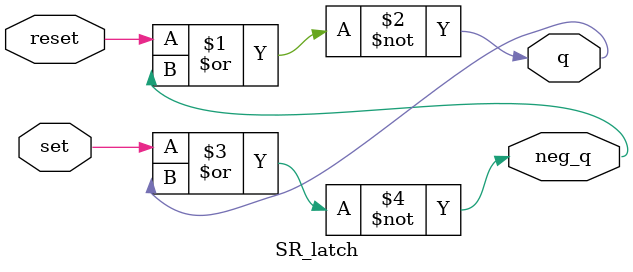
<source format=v>
module SR_latch(input wire reset, input wire set, 
		output wire q, output wire neg_q);

	assign q = ~(reset|neg_q);
	assign neg_q = ~(set|q);

endmodule

</source>
